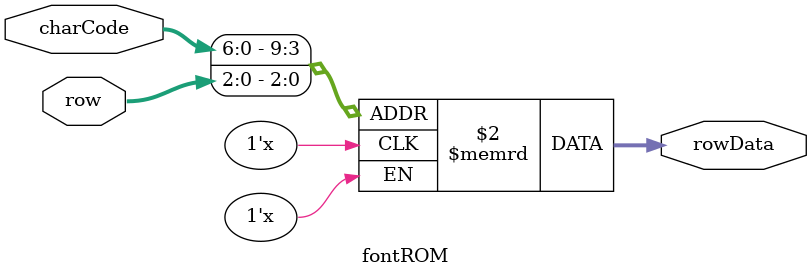
<source format=v>
module fontROM(
    input [6:0] charCode,
    input [2:0] row,
    output reg [7:0] rowData
);
    // font memory: 128 characters × 8 rows = 1024 entries
    reg [7:0] fontMemory [0:1023];

    // initialize from .mem file
    // initial begin
    //     $readmemb("font8x8.mem", fontMemory);
    // end

    // combinational read
    always @(*) begin
        // address calculation: charCode * 8 + row
        rowData = fontMemory[{charCode, row}];
    end
endmodule


</source>
